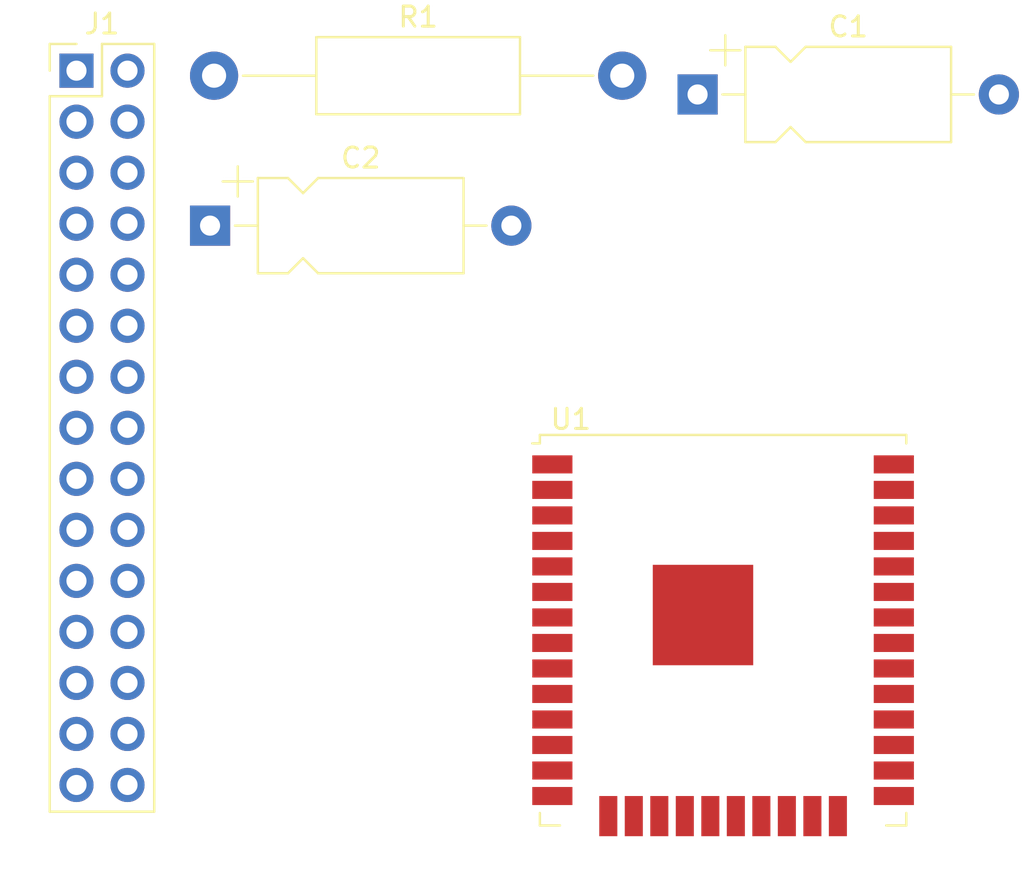
<source format=kicad_pcb>
(kicad_pcb (version 20171130) (host pcbnew "(5.1.5-0-10_14)")

  (general
    (thickness 1.6)
    (drawings 0)
    (tracks 0)
    (zones 0)
    (modules 5)
    (nets 67)
  )

  (page USLetter)
  (title_block
    (title "Pellet Zealot Logic Board")
    (date 2019-12-13)
    (rev v0.0.0)
    (company "Pellet Zealot")
    (comment 1 "Licensed under the Apache License, Version 2.0.")
    (comment 2 "Gabriel Gunderson")
  )

  (layers
    (0 F.Cu signal)
    (31 B.Cu signal)
    (32 B.Adhes user)
    (33 F.Adhes user)
    (34 B.Paste user)
    (35 F.Paste user)
    (36 B.SilkS user)
    (37 F.SilkS user)
    (38 B.Mask user)
    (39 F.Mask user)
    (40 Dwgs.User user)
    (41 Cmts.User user)
    (42 Eco1.User user)
    (43 Eco2.User user)
    (44 Edge.Cuts user)
    (45 Margin user)
    (46 B.CrtYd user)
    (47 F.CrtYd user)
    (48 B.Fab user)
    (49 F.Fab user)
  )

  (setup
    (last_trace_width 0.25)
    (trace_clearance 0.2)
    (zone_clearance 0.508)
    (zone_45_only no)
    (trace_min 0.2)
    (via_size 0.8)
    (via_drill 0.4)
    (via_min_size 0.4)
    (via_min_drill 0.3)
    (uvia_size 0.3)
    (uvia_drill 0.1)
    (uvias_allowed no)
    (uvia_min_size 0.2)
    (uvia_min_drill 0.1)
    (edge_width 0.05)
    (segment_width 0.2)
    (pcb_text_width 0.3)
    (pcb_text_size 1.5 1.5)
    (mod_edge_width 0.12)
    (mod_text_size 1 1)
    (mod_text_width 0.15)
    (pad_size 1.524 1.524)
    (pad_drill 0.762)
    (pad_to_mask_clearance 0.051)
    (solder_mask_min_width 0.25)
    (aux_axis_origin 0 0)
    (visible_elements FFFFFF7F)
    (pcbplotparams
      (layerselection 0x010fc_ffffffff)
      (usegerberextensions false)
      (usegerberattributes false)
      (usegerberadvancedattributes false)
      (creategerberjobfile false)
      (excludeedgelayer true)
      (linewidth 0.100000)
      (plotframeref false)
      (viasonmask false)
      (mode 1)
      (useauxorigin false)
      (hpglpennumber 1)
      (hpglpenspeed 20)
      (hpglpendiameter 15.000000)
      (psnegative false)
      (psa4output false)
      (plotreference true)
      (plotvalue true)
      (plotinvisibletext false)
      (padsonsilk false)
      (subtractmaskfromsilk false)
      (outputformat 1)
      (mirror false)
      (drillshape 1)
      (scaleselection 1)
      (outputdirectory ""))
  )

  (net 0 "")
  (net 1 GND)
  (net 2 "Net-(U1-Pad37)")
  (net 3 "Net-(U1-Pad36)")
  (net 4 "Net-(U1-Pad35)")
  (net 5 "Net-(U1-Pad34)")
  (net 6 "Net-(U1-Pad33)")
  (net 7 "Net-(U1-Pad32)")
  (net 8 "Net-(U1-Pad31)")
  (net 9 "Net-(U1-Pad30)")
  (net 10 "Net-(U1-Pad29)")
  (net 11 "Net-(U1-Pad28)")
  (net 12 "Net-(U1-Pad27)")
  (net 13 "Net-(U1-Pad26)")
  (net 14 "Net-(U1-Pad25)")
  (net 15 "Net-(U1-Pad24)")
  (net 16 "Net-(U1-Pad23)")
  (net 17 "Net-(U1-Pad22)")
  (net 18 "Net-(U1-Pad21)")
  (net 19 "Net-(U1-Pad20)")
  (net 20 "Net-(U1-Pad19)")
  (net 21 "Net-(U1-Pad18)")
  (net 22 "Net-(U1-Pad17)")
  (net 23 "Net-(U1-Pad16)")
  (net 24 "Net-(U1-Pad14)")
  (net 25 "Net-(U1-Pad13)")
  (net 26 "Net-(U1-Pad12)")
  (net 27 "Net-(U1-Pad11)")
  (net 28 "Net-(U1-Pad10)")
  (net 29 "Net-(U1-Pad9)")
  (net 30 "Net-(U1-Pad8)")
  (net 31 "Net-(U1-Pad7)")
  (net 32 "Net-(U1-Pad6)")
  (net 33 "Net-(U1-Pad5)")
  (net 34 "Net-(U1-Pad4)")
  (net 35 /RESET)
  (net 36 +3V3)
  (net 37 "Net-(J1-Pad30)")
  (net 38 "Net-(J1-Pad29)")
  (net 39 "Net-(J1-Pad28)")
  (net 40 "Net-(J1-Pad27)")
  (net 41 "Net-(J1-Pad26)")
  (net 42 "Net-(J1-Pad25)")
  (net 43 "Net-(J1-Pad24)")
  (net 44 "Net-(J1-Pad23)")
  (net 45 "Net-(J1-Pad22)")
  (net 46 "Net-(J1-Pad21)")
  (net 47 "Net-(J1-Pad20)")
  (net 48 "Net-(J1-Pad19)")
  (net 49 "Net-(J1-Pad18)")
  (net 50 "Net-(J1-Pad17)")
  (net 51 "Net-(J1-Pad16)")
  (net 52 "Net-(J1-Pad15)")
  (net 53 "Net-(J1-Pad14)")
  (net 54 "Net-(J1-Pad13)")
  (net 55 "Net-(J1-Pad12)")
  (net 56 "Net-(J1-Pad11)")
  (net 57 "Net-(J1-Pad10)")
  (net 58 "Net-(J1-Pad9)")
  (net 59 "Net-(J1-Pad8)")
  (net 60 "Net-(J1-Pad7)")
  (net 61 "Net-(J1-Pad6)")
  (net 62 "Net-(J1-Pad5)")
  (net 63 "Net-(J1-Pad4)")
  (net 64 "Net-(J1-Pad3)")
  (net 65 "Net-(J1-Pad2)")
  (net 66 "Net-(J1-Pad1)")

  (net_class Default "This is the default net class."
    (clearance 0.2)
    (trace_width 0.25)
    (via_dia 0.8)
    (via_drill 0.4)
    (uvia_dia 0.3)
    (uvia_drill 0.1)
    (add_net +3V3)
    (add_net /RESET)
    (add_net GND)
    (add_net "Net-(J1-Pad1)")
    (add_net "Net-(J1-Pad10)")
    (add_net "Net-(J1-Pad11)")
    (add_net "Net-(J1-Pad12)")
    (add_net "Net-(J1-Pad13)")
    (add_net "Net-(J1-Pad14)")
    (add_net "Net-(J1-Pad15)")
    (add_net "Net-(J1-Pad16)")
    (add_net "Net-(J1-Pad17)")
    (add_net "Net-(J1-Pad18)")
    (add_net "Net-(J1-Pad19)")
    (add_net "Net-(J1-Pad2)")
    (add_net "Net-(J1-Pad20)")
    (add_net "Net-(J1-Pad21)")
    (add_net "Net-(J1-Pad22)")
    (add_net "Net-(J1-Pad23)")
    (add_net "Net-(J1-Pad24)")
    (add_net "Net-(J1-Pad25)")
    (add_net "Net-(J1-Pad26)")
    (add_net "Net-(J1-Pad27)")
    (add_net "Net-(J1-Pad28)")
    (add_net "Net-(J1-Pad29)")
    (add_net "Net-(J1-Pad3)")
    (add_net "Net-(J1-Pad30)")
    (add_net "Net-(J1-Pad4)")
    (add_net "Net-(J1-Pad5)")
    (add_net "Net-(J1-Pad6)")
    (add_net "Net-(J1-Pad7)")
    (add_net "Net-(J1-Pad8)")
    (add_net "Net-(J1-Pad9)")
    (add_net "Net-(U1-Pad10)")
    (add_net "Net-(U1-Pad11)")
    (add_net "Net-(U1-Pad12)")
    (add_net "Net-(U1-Pad13)")
    (add_net "Net-(U1-Pad14)")
    (add_net "Net-(U1-Pad16)")
    (add_net "Net-(U1-Pad17)")
    (add_net "Net-(U1-Pad18)")
    (add_net "Net-(U1-Pad19)")
    (add_net "Net-(U1-Pad20)")
    (add_net "Net-(U1-Pad21)")
    (add_net "Net-(U1-Pad22)")
    (add_net "Net-(U1-Pad23)")
    (add_net "Net-(U1-Pad24)")
    (add_net "Net-(U1-Pad25)")
    (add_net "Net-(U1-Pad26)")
    (add_net "Net-(U1-Pad27)")
    (add_net "Net-(U1-Pad28)")
    (add_net "Net-(U1-Pad29)")
    (add_net "Net-(U1-Pad30)")
    (add_net "Net-(U1-Pad31)")
    (add_net "Net-(U1-Pad32)")
    (add_net "Net-(U1-Pad33)")
    (add_net "Net-(U1-Pad34)")
    (add_net "Net-(U1-Pad35)")
    (add_net "Net-(U1-Pad36)")
    (add_net "Net-(U1-Pad37)")
    (add_net "Net-(U1-Pad4)")
    (add_net "Net-(U1-Pad5)")
    (add_net "Net-(U1-Pad6)")
    (add_net "Net-(U1-Pad7)")
    (add_net "Net-(U1-Pad8)")
    (add_net "Net-(U1-Pad9)")
  )

  (module Resistor_THT:R_Axial_DIN0411_L9.9mm_D3.6mm_P20.32mm_Horizontal (layer F.Cu) (tedit 5AE5139B) (tstamp 5E5B695C)
    (at 111.82 49.865)
    (descr "Resistor, Axial_DIN0411 series, Axial, Horizontal, pin pitch=20.32mm, 1W, length*diameter=9.9*3.6mm^2")
    (tags "Resistor Axial_DIN0411 series Axial Horizontal pin pitch 20.32mm 1W length 9.9mm diameter 3.6mm")
    (path /5E5D0CCC)
    (fp_text reference R1 (at 10.16 -2.92) (layer F.SilkS)
      (effects (font (size 1 1) (thickness 0.15)))
    )
    (fp_text value 10k (at 10.16 2.92) (layer F.Fab)
      (effects (font (size 1 1) (thickness 0.15)))
    )
    (fp_text user %R (at 10.16 0) (layer F.Fab)
      (effects (font (size 1 1) (thickness 0.15)))
    )
    (fp_line (start 21.77 -2.05) (end -1.45 -2.05) (layer F.CrtYd) (width 0.05))
    (fp_line (start 21.77 2.05) (end 21.77 -2.05) (layer F.CrtYd) (width 0.05))
    (fp_line (start -1.45 2.05) (end 21.77 2.05) (layer F.CrtYd) (width 0.05))
    (fp_line (start -1.45 -2.05) (end -1.45 2.05) (layer F.CrtYd) (width 0.05))
    (fp_line (start 18.88 0) (end 15.23 0) (layer F.SilkS) (width 0.12))
    (fp_line (start 1.44 0) (end 5.09 0) (layer F.SilkS) (width 0.12))
    (fp_line (start 15.23 -1.92) (end 5.09 -1.92) (layer F.SilkS) (width 0.12))
    (fp_line (start 15.23 1.92) (end 15.23 -1.92) (layer F.SilkS) (width 0.12))
    (fp_line (start 5.09 1.92) (end 15.23 1.92) (layer F.SilkS) (width 0.12))
    (fp_line (start 5.09 -1.92) (end 5.09 1.92) (layer F.SilkS) (width 0.12))
    (fp_line (start 20.32 0) (end 15.11 0) (layer F.Fab) (width 0.1))
    (fp_line (start 0 0) (end 5.21 0) (layer F.Fab) (width 0.1))
    (fp_line (start 15.11 -1.8) (end 5.21 -1.8) (layer F.Fab) (width 0.1))
    (fp_line (start 15.11 1.8) (end 15.11 -1.8) (layer F.Fab) (width 0.1))
    (fp_line (start 5.21 1.8) (end 15.11 1.8) (layer F.Fab) (width 0.1))
    (fp_line (start 5.21 -1.8) (end 5.21 1.8) (layer F.Fab) (width 0.1))
    (pad 2 thru_hole oval (at 20.32 0) (size 2.4 2.4) (drill 1.2) (layers *.Cu *.Mask)
      (net 35 /RESET))
    (pad 1 thru_hole circle (at 0 0) (size 2.4 2.4) (drill 1.2) (layers *.Cu *.Mask)
      (net 36 +3V3))
    (model ${KISYS3DMOD}/Resistor_THT.3dshapes/R_Axial_DIN0411_L9.9mm_D3.6mm_P20.32mm_Horizontal.wrl
      (at (xyz 0 0 0))
      (scale (xyz 1 1 1))
      (rotate (xyz 0 0 0))
    )
  )

  (module Connector_PinHeader_2.54mm:PinHeader_2x15_P2.54mm_Vertical (layer F.Cu) (tedit 59FED5CC) (tstamp 5E5B6945)
    (at 104.97 49.615)
    (descr "Through hole straight pin header, 2x15, 2.54mm pitch, double rows")
    (tags "Through hole pin header THT 2x15 2.54mm double row")
    (path /5E5E83E4)
    (fp_text reference J1 (at 1.27 -2.33) (layer F.SilkS)
      (effects (font (size 1 1) (thickness 0.15)))
    )
    (fp_text value "Logic Header" (at 1.27 37.89) (layer F.Fab)
      (effects (font (size 1 1) (thickness 0.15)))
    )
    (fp_text user %R (at 1.27 17.78 90) (layer F.Fab)
      (effects (font (size 1 1) (thickness 0.15)))
    )
    (fp_line (start 4.35 -1.8) (end -1.8 -1.8) (layer F.CrtYd) (width 0.05))
    (fp_line (start 4.35 37.35) (end 4.35 -1.8) (layer F.CrtYd) (width 0.05))
    (fp_line (start -1.8 37.35) (end 4.35 37.35) (layer F.CrtYd) (width 0.05))
    (fp_line (start -1.8 -1.8) (end -1.8 37.35) (layer F.CrtYd) (width 0.05))
    (fp_line (start -1.33 -1.33) (end 0 -1.33) (layer F.SilkS) (width 0.12))
    (fp_line (start -1.33 0) (end -1.33 -1.33) (layer F.SilkS) (width 0.12))
    (fp_line (start 1.27 -1.33) (end 3.87 -1.33) (layer F.SilkS) (width 0.12))
    (fp_line (start 1.27 1.27) (end 1.27 -1.33) (layer F.SilkS) (width 0.12))
    (fp_line (start -1.33 1.27) (end 1.27 1.27) (layer F.SilkS) (width 0.12))
    (fp_line (start 3.87 -1.33) (end 3.87 36.89) (layer F.SilkS) (width 0.12))
    (fp_line (start -1.33 1.27) (end -1.33 36.89) (layer F.SilkS) (width 0.12))
    (fp_line (start -1.33 36.89) (end 3.87 36.89) (layer F.SilkS) (width 0.12))
    (fp_line (start -1.27 0) (end 0 -1.27) (layer F.Fab) (width 0.1))
    (fp_line (start -1.27 36.83) (end -1.27 0) (layer F.Fab) (width 0.1))
    (fp_line (start 3.81 36.83) (end -1.27 36.83) (layer F.Fab) (width 0.1))
    (fp_line (start 3.81 -1.27) (end 3.81 36.83) (layer F.Fab) (width 0.1))
    (fp_line (start 0 -1.27) (end 3.81 -1.27) (layer F.Fab) (width 0.1))
    (pad 30 thru_hole oval (at 2.54 35.56) (size 1.7 1.7) (drill 1) (layers *.Cu *.Mask)
      (net 37 "Net-(J1-Pad30)"))
    (pad 29 thru_hole oval (at 0 35.56) (size 1.7 1.7) (drill 1) (layers *.Cu *.Mask)
      (net 38 "Net-(J1-Pad29)"))
    (pad 28 thru_hole oval (at 2.54 33.02) (size 1.7 1.7) (drill 1) (layers *.Cu *.Mask)
      (net 39 "Net-(J1-Pad28)"))
    (pad 27 thru_hole oval (at 0 33.02) (size 1.7 1.7) (drill 1) (layers *.Cu *.Mask)
      (net 40 "Net-(J1-Pad27)"))
    (pad 26 thru_hole oval (at 2.54 30.48) (size 1.7 1.7) (drill 1) (layers *.Cu *.Mask)
      (net 41 "Net-(J1-Pad26)"))
    (pad 25 thru_hole oval (at 0 30.48) (size 1.7 1.7) (drill 1) (layers *.Cu *.Mask)
      (net 42 "Net-(J1-Pad25)"))
    (pad 24 thru_hole oval (at 2.54 27.94) (size 1.7 1.7) (drill 1) (layers *.Cu *.Mask)
      (net 43 "Net-(J1-Pad24)"))
    (pad 23 thru_hole oval (at 0 27.94) (size 1.7 1.7) (drill 1) (layers *.Cu *.Mask)
      (net 44 "Net-(J1-Pad23)"))
    (pad 22 thru_hole oval (at 2.54 25.4) (size 1.7 1.7) (drill 1) (layers *.Cu *.Mask)
      (net 45 "Net-(J1-Pad22)"))
    (pad 21 thru_hole oval (at 0 25.4) (size 1.7 1.7) (drill 1) (layers *.Cu *.Mask)
      (net 46 "Net-(J1-Pad21)"))
    (pad 20 thru_hole oval (at 2.54 22.86) (size 1.7 1.7) (drill 1) (layers *.Cu *.Mask)
      (net 47 "Net-(J1-Pad20)"))
    (pad 19 thru_hole oval (at 0 22.86) (size 1.7 1.7) (drill 1) (layers *.Cu *.Mask)
      (net 48 "Net-(J1-Pad19)"))
    (pad 18 thru_hole oval (at 2.54 20.32) (size 1.7 1.7) (drill 1) (layers *.Cu *.Mask)
      (net 49 "Net-(J1-Pad18)"))
    (pad 17 thru_hole oval (at 0 20.32) (size 1.7 1.7) (drill 1) (layers *.Cu *.Mask)
      (net 50 "Net-(J1-Pad17)"))
    (pad 16 thru_hole oval (at 2.54 17.78) (size 1.7 1.7) (drill 1) (layers *.Cu *.Mask)
      (net 51 "Net-(J1-Pad16)"))
    (pad 15 thru_hole oval (at 0 17.78) (size 1.7 1.7) (drill 1) (layers *.Cu *.Mask)
      (net 52 "Net-(J1-Pad15)"))
    (pad 14 thru_hole oval (at 2.54 15.24) (size 1.7 1.7) (drill 1) (layers *.Cu *.Mask)
      (net 53 "Net-(J1-Pad14)"))
    (pad 13 thru_hole oval (at 0 15.24) (size 1.7 1.7) (drill 1) (layers *.Cu *.Mask)
      (net 54 "Net-(J1-Pad13)"))
    (pad 12 thru_hole oval (at 2.54 12.7) (size 1.7 1.7) (drill 1) (layers *.Cu *.Mask)
      (net 55 "Net-(J1-Pad12)"))
    (pad 11 thru_hole oval (at 0 12.7) (size 1.7 1.7) (drill 1) (layers *.Cu *.Mask)
      (net 56 "Net-(J1-Pad11)"))
    (pad 10 thru_hole oval (at 2.54 10.16) (size 1.7 1.7) (drill 1) (layers *.Cu *.Mask)
      (net 57 "Net-(J1-Pad10)"))
    (pad 9 thru_hole oval (at 0 10.16) (size 1.7 1.7) (drill 1) (layers *.Cu *.Mask)
      (net 58 "Net-(J1-Pad9)"))
    (pad 8 thru_hole oval (at 2.54 7.62) (size 1.7 1.7) (drill 1) (layers *.Cu *.Mask)
      (net 59 "Net-(J1-Pad8)"))
    (pad 7 thru_hole oval (at 0 7.62) (size 1.7 1.7) (drill 1) (layers *.Cu *.Mask)
      (net 60 "Net-(J1-Pad7)"))
    (pad 6 thru_hole oval (at 2.54 5.08) (size 1.7 1.7) (drill 1) (layers *.Cu *.Mask)
      (net 61 "Net-(J1-Pad6)"))
    (pad 5 thru_hole oval (at 0 5.08) (size 1.7 1.7) (drill 1) (layers *.Cu *.Mask)
      (net 62 "Net-(J1-Pad5)"))
    (pad 4 thru_hole oval (at 2.54 2.54) (size 1.7 1.7) (drill 1) (layers *.Cu *.Mask)
      (net 63 "Net-(J1-Pad4)"))
    (pad 3 thru_hole oval (at 0 2.54) (size 1.7 1.7) (drill 1) (layers *.Cu *.Mask)
      (net 64 "Net-(J1-Pad3)"))
    (pad 2 thru_hole oval (at 2.54 0) (size 1.7 1.7) (drill 1) (layers *.Cu *.Mask)
      (net 65 "Net-(J1-Pad2)"))
    (pad 1 thru_hole rect (at 0 0) (size 1.7 1.7) (drill 1) (layers *.Cu *.Mask)
      (net 66 "Net-(J1-Pad1)"))
    (model ${KISYS3DMOD}/Connector_PinHeader_2.54mm.3dshapes/PinHeader_2x15_P2.54mm_Vertical.wrl
      (at (xyz 0 0 0))
      (scale (xyz 1 1 1))
      (rotate (xyz 0 0 0))
    )
  )

  (module Capacitor_THT:CP_Axial_L10.0mm_D4.5mm_P15.00mm_Horizontal (layer F.Cu) (tedit 5AE50EF2) (tstamp 5E5B6911)
    (at 111.62 57.33)
    (descr "CP, Axial series, Axial, Horizontal, pin pitch=15mm, , length*diameter=10*4.5mm^2, Electrolytic Capacitor, , http://www.vishay.com/docs/28325/021asm.pdf")
    (tags "CP Axial series Axial Horizontal pin pitch 15mm  length 10mm diameter 4.5mm Electrolytic Capacitor")
    (path /5E5D1466)
    (fp_text reference C2 (at 7.5 -3.37) (layer F.SilkS)
      (effects (font (size 1 1) (thickness 0.15)))
    )
    (fp_text value 1uF (at 7.5 3.37) (layer F.Fab)
      (effects (font (size 1 1) (thickness 0.15)))
    )
    (fp_text user %R (at 7.5 0) (layer F.Fab)
      (effects (font (size 1 1) (thickness 0.15)))
    )
    (fp_line (start 16.25 -2.5) (end -1.25 -2.5) (layer F.CrtYd) (width 0.05))
    (fp_line (start 16.25 2.5) (end 16.25 -2.5) (layer F.CrtYd) (width 0.05))
    (fp_line (start -1.25 2.5) (end 16.25 2.5) (layer F.CrtYd) (width 0.05))
    (fp_line (start -1.25 -2.5) (end -1.25 2.5) (layer F.CrtYd) (width 0.05))
    (fp_line (start 13.76 0) (end 12.62 0) (layer F.SilkS) (width 0.12))
    (fp_line (start 1.24 0) (end 2.38 0) (layer F.SilkS) (width 0.12))
    (fp_line (start 5.38 2.37) (end 12.62 2.37) (layer F.SilkS) (width 0.12))
    (fp_line (start 4.63 1.62) (end 5.38 2.37) (layer F.SilkS) (width 0.12))
    (fp_line (start 3.88 2.37) (end 4.63 1.62) (layer F.SilkS) (width 0.12))
    (fp_line (start 2.38 2.37) (end 3.88 2.37) (layer F.SilkS) (width 0.12))
    (fp_line (start 5.38 -2.37) (end 12.62 -2.37) (layer F.SilkS) (width 0.12))
    (fp_line (start 4.63 -1.62) (end 5.38 -2.37) (layer F.SilkS) (width 0.12))
    (fp_line (start 3.88 -2.37) (end 4.63 -1.62) (layer F.SilkS) (width 0.12))
    (fp_line (start 2.38 -2.37) (end 3.88 -2.37) (layer F.SilkS) (width 0.12))
    (fp_line (start 12.62 -2.37) (end 12.62 2.37) (layer F.SilkS) (width 0.12))
    (fp_line (start 2.38 -2.37) (end 2.38 2.37) (layer F.SilkS) (width 0.12))
    (fp_line (start 1.38 -2.95) (end 1.38 -1.45) (layer F.SilkS) (width 0.12))
    (fp_line (start 0.63 -2.2) (end 2.13 -2.2) (layer F.SilkS) (width 0.12))
    (fp_line (start 4.65 -0.75) (end 4.65 0.75) (layer F.Fab) (width 0.1))
    (fp_line (start 3.9 0) (end 5.4 0) (layer F.Fab) (width 0.1))
    (fp_line (start 15 0) (end 12.5 0) (layer F.Fab) (width 0.1))
    (fp_line (start 0 0) (end 2.5 0) (layer F.Fab) (width 0.1))
    (fp_line (start 5.38 2.25) (end 12.5 2.25) (layer F.Fab) (width 0.1))
    (fp_line (start 4.63 1.5) (end 5.38 2.25) (layer F.Fab) (width 0.1))
    (fp_line (start 3.88 2.25) (end 4.63 1.5) (layer F.Fab) (width 0.1))
    (fp_line (start 2.5 2.25) (end 3.88 2.25) (layer F.Fab) (width 0.1))
    (fp_line (start 5.38 -2.25) (end 12.5 -2.25) (layer F.Fab) (width 0.1))
    (fp_line (start 4.63 -1.5) (end 5.38 -2.25) (layer F.Fab) (width 0.1))
    (fp_line (start 3.88 -2.25) (end 4.63 -1.5) (layer F.Fab) (width 0.1))
    (fp_line (start 2.5 -2.25) (end 3.88 -2.25) (layer F.Fab) (width 0.1))
    (fp_line (start 12.5 -2.25) (end 12.5 2.25) (layer F.Fab) (width 0.1))
    (fp_line (start 2.5 -2.25) (end 2.5 2.25) (layer F.Fab) (width 0.1))
    (pad 2 thru_hole oval (at 15 0) (size 2 2) (drill 1) (layers *.Cu *.Mask)
      (net 1 GND))
    (pad 1 thru_hole rect (at 0 0) (size 2 2) (drill 1) (layers *.Cu *.Mask)
      (net 35 /RESET))
    (model ${KISYS3DMOD}/Capacitor_THT.3dshapes/CP_Axial_L10.0mm_D4.5mm_P15.00mm_Horizontal.wrl
      (at (xyz 0 0 0))
      (scale (xyz 1 1 1))
      (rotate (xyz 0 0 0))
    )
  )

  (module Capacitor_THT:CP_Axial_L10.0mm_D4.5mm_P15.00mm_Horizontal (layer F.Cu) (tedit 5AE50EF2) (tstamp 5E5B68EA)
    (at 135.89 50.8)
    (descr "CP, Axial series, Axial, Horizontal, pin pitch=15mm, , length*diameter=10*4.5mm^2, Electrolytic Capacitor, , http://www.vishay.com/docs/28325/021asm.pdf")
    (tags "CP Axial series Axial Horizontal pin pitch 15mm  length 10mm diameter 4.5mm Electrolytic Capacitor")
    (path /5E5B7113)
    (fp_text reference C1 (at 7.5 -3.37) (layer F.SilkS)
      (effects (font (size 1 1) (thickness 0.15)))
    )
    (fp_text value 10uF (at 7.5 3.37) (layer F.Fab)
      (effects (font (size 1 1) (thickness 0.15)))
    )
    (fp_text user %R (at 7.5 0) (layer F.Fab)
      (effects (font (size 1 1) (thickness 0.15)))
    )
    (fp_line (start 16.25 -2.5) (end -1.25 -2.5) (layer F.CrtYd) (width 0.05))
    (fp_line (start 16.25 2.5) (end 16.25 -2.5) (layer F.CrtYd) (width 0.05))
    (fp_line (start -1.25 2.5) (end 16.25 2.5) (layer F.CrtYd) (width 0.05))
    (fp_line (start -1.25 -2.5) (end -1.25 2.5) (layer F.CrtYd) (width 0.05))
    (fp_line (start 13.76 0) (end 12.62 0) (layer F.SilkS) (width 0.12))
    (fp_line (start 1.24 0) (end 2.38 0) (layer F.SilkS) (width 0.12))
    (fp_line (start 5.38 2.37) (end 12.62 2.37) (layer F.SilkS) (width 0.12))
    (fp_line (start 4.63 1.62) (end 5.38 2.37) (layer F.SilkS) (width 0.12))
    (fp_line (start 3.88 2.37) (end 4.63 1.62) (layer F.SilkS) (width 0.12))
    (fp_line (start 2.38 2.37) (end 3.88 2.37) (layer F.SilkS) (width 0.12))
    (fp_line (start 5.38 -2.37) (end 12.62 -2.37) (layer F.SilkS) (width 0.12))
    (fp_line (start 4.63 -1.62) (end 5.38 -2.37) (layer F.SilkS) (width 0.12))
    (fp_line (start 3.88 -2.37) (end 4.63 -1.62) (layer F.SilkS) (width 0.12))
    (fp_line (start 2.38 -2.37) (end 3.88 -2.37) (layer F.SilkS) (width 0.12))
    (fp_line (start 12.62 -2.37) (end 12.62 2.37) (layer F.SilkS) (width 0.12))
    (fp_line (start 2.38 -2.37) (end 2.38 2.37) (layer F.SilkS) (width 0.12))
    (fp_line (start 1.38 -2.95) (end 1.38 -1.45) (layer F.SilkS) (width 0.12))
    (fp_line (start 0.63 -2.2) (end 2.13 -2.2) (layer F.SilkS) (width 0.12))
    (fp_line (start 4.65 -0.75) (end 4.65 0.75) (layer F.Fab) (width 0.1))
    (fp_line (start 3.9 0) (end 5.4 0) (layer F.Fab) (width 0.1))
    (fp_line (start 15 0) (end 12.5 0) (layer F.Fab) (width 0.1))
    (fp_line (start 0 0) (end 2.5 0) (layer F.Fab) (width 0.1))
    (fp_line (start 5.38 2.25) (end 12.5 2.25) (layer F.Fab) (width 0.1))
    (fp_line (start 4.63 1.5) (end 5.38 2.25) (layer F.Fab) (width 0.1))
    (fp_line (start 3.88 2.25) (end 4.63 1.5) (layer F.Fab) (width 0.1))
    (fp_line (start 2.5 2.25) (end 3.88 2.25) (layer F.Fab) (width 0.1))
    (fp_line (start 5.38 -2.25) (end 12.5 -2.25) (layer F.Fab) (width 0.1))
    (fp_line (start 4.63 -1.5) (end 5.38 -2.25) (layer F.Fab) (width 0.1))
    (fp_line (start 3.88 -2.25) (end 4.63 -1.5) (layer F.Fab) (width 0.1))
    (fp_line (start 2.5 -2.25) (end 3.88 -2.25) (layer F.Fab) (width 0.1))
    (fp_line (start 12.5 -2.25) (end 12.5 2.25) (layer F.Fab) (width 0.1))
    (fp_line (start 2.5 -2.25) (end 2.5 2.25) (layer F.Fab) (width 0.1))
    (pad 2 thru_hole oval (at 15 0) (size 2 2) (drill 1) (layers *.Cu *.Mask)
      (net 1 GND))
    (pad 1 thru_hole rect (at 0 0) (size 2 2) (drill 1) (layers *.Cu *.Mask)
      (net 36 +3V3))
    (model ${KISYS3DMOD}/Capacitor_THT.3dshapes/CP_Axial_L10.0mm_D4.5mm_P15.00mm_Horizontal.wrl
      (at (xyz 0 0 0))
      (scale (xyz 1 1 1))
      (rotate (xyz 0 0 0))
    )
  )

  (module RF_Module:ESP32-WROOM-32U (layer F.Cu) (tedit 5B5B4734) (tstamp 5E5B13BF)
    (at 137.16 77.47)
    (descr "Single 2.4 GHz Wi-Fi and Bluetooth combo chip with U.FL connector, https://www.espressif.com/sites/default/files/documentation/esp32-wroom-32d_esp32-wroom-32u_datasheet_en.pdf")
    (tags "Single 2.4 GHz Wi-Fi and Bluetooth combo  chip")
    (path /5E5B07F6)
    (attr smd)
    (fp_text reference U1 (at -7.58 -10.5 180) (layer F.SilkS)
      (effects (font (size 1 1) (thickness 0.15)))
    )
    (fp_text value ESP32-WROOM-32U (at 0 11.5) (layer F.Fab)
      (effects (font (size 1 1) (thickness 0.15)))
    )
    (fp_line (start -9.12 -9.3) (end -9.5 -9.3) (layer F.SilkS) (width 0.12))
    (fp_line (start -9.12 -9.72) (end -9.12 -9.3) (layer F.SilkS) (width 0.12))
    (fp_line (start 9.12 -9.72) (end 9.12 -9.3) (layer F.SilkS) (width 0.12))
    (fp_line (start -9.12 -9.72) (end 9.12 -9.72) (layer F.SilkS) (width 0.12))
    (fp_line (start 9.12 9.72) (end 8.12 9.72) (layer F.SilkS) (width 0.12))
    (fp_line (start 9.12 9.1) (end 9.12 9.72) (layer F.SilkS) (width 0.12))
    (fp_line (start -9.12 9.72) (end -8.12 9.72) (layer F.SilkS) (width 0.12))
    (fp_line (start -9.12 9.1) (end -9.12 9.72) (layer F.SilkS) (width 0.12))
    (fp_line (start 9.75 -9.85) (end -9.75 -9.85) (layer F.CrtYd) (width 0.05))
    (fp_line (start -9 -8) (end -8.5 -8.5) (layer F.Fab) (width 0.1))
    (fp_line (start -8.5 -8.5) (end -9 -9) (layer F.Fab) (width 0.1))
    (fp_line (start -9 -8) (end -9 9.6) (layer F.Fab) (width 0.1))
    (fp_line (start 9.75 -9.85) (end 9.75 10.5) (layer F.CrtYd) (width 0.05))
    (fp_line (start -9.75 10.5) (end 9.75 10.5) (layer F.CrtYd) (width 0.05))
    (fp_line (start -9.75 10.5) (end -9.75 -9.85) (layer F.CrtYd) (width 0.05))
    (fp_line (start -9 -9.6) (end 9 -9.6) (layer F.Fab) (width 0.1))
    (fp_line (start -9 -9.6) (end -9 -9) (layer F.Fab) (width 0.1))
    (fp_line (start -9 9.6) (end 9 9.6) (layer F.Fab) (width 0.1))
    (fp_line (start 9 9.6) (end 9 -9.6) (layer F.Fab) (width 0.1))
    (fp_text user %R (at 0 0) (layer F.Fab)
      (effects (font (size 1 1) (thickness 0.15)))
    )
    (pad 38 smd rect (at 8.5 -8.255) (size 2 0.9) (layers F.Cu F.Paste F.Mask)
      (net 1 GND))
    (pad 37 smd rect (at 8.5 -6.985) (size 2 0.9) (layers F.Cu F.Paste F.Mask)
      (net 2 "Net-(U1-Pad37)"))
    (pad 36 smd rect (at 8.5 -5.715) (size 2 0.9) (layers F.Cu F.Paste F.Mask)
      (net 3 "Net-(U1-Pad36)"))
    (pad 35 smd rect (at 8.5 -4.445) (size 2 0.9) (layers F.Cu F.Paste F.Mask)
      (net 4 "Net-(U1-Pad35)"))
    (pad 34 smd rect (at 8.5 -3.175) (size 2 0.9) (layers F.Cu F.Paste F.Mask)
      (net 5 "Net-(U1-Pad34)"))
    (pad 33 smd rect (at 8.5 -1.905) (size 2 0.9) (layers F.Cu F.Paste F.Mask)
      (net 6 "Net-(U1-Pad33)"))
    (pad 32 smd rect (at 8.5 -0.635) (size 2 0.9) (layers F.Cu F.Paste F.Mask)
      (net 7 "Net-(U1-Pad32)"))
    (pad 31 smd rect (at 8.5 0.635) (size 2 0.9) (layers F.Cu F.Paste F.Mask)
      (net 8 "Net-(U1-Pad31)"))
    (pad 30 smd rect (at 8.5 1.905) (size 2 0.9) (layers F.Cu F.Paste F.Mask)
      (net 9 "Net-(U1-Pad30)"))
    (pad 29 smd rect (at 8.5 3.175) (size 2 0.9) (layers F.Cu F.Paste F.Mask)
      (net 10 "Net-(U1-Pad29)"))
    (pad 28 smd rect (at 8.5 4.445) (size 2 0.9) (layers F.Cu F.Paste F.Mask)
      (net 11 "Net-(U1-Pad28)"))
    (pad 27 smd rect (at 8.5 5.715) (size 2 0.9) (layers F.Cu F.Paste F.Mask)
      (net 12 "Net-(U1-Pad27)"))
    (pad 26 smd rect (at 8.5 6.985) (size 2 0.9) (layers F.Cu F.Paste F.Mask)
      (net 13 "Net-(U1-Pad26)"))
    (pad 25 smd rect (at 8.5 8.255) (size 2 0.9) (layers F.Cu F.Paste F.Mask)
      (net 14 "Net-(U1-Pad25)"))
    (pad 24 smd rect (at 5.715 9.255 90) (size 2 0.9) (layers F.Cu F.Paste F.Mask)
      (net 15 "Net-(U1-Pad24)"))
    (pad 23 smd rect (at 4.445 9.255 90) (size 2 0.9) (layers F.Cu F.Paste F.Mask)
      (net 16 "Net-(U1-Pad23)"))
    (pad 22 smd rect (at 3.175 9.255 90) (size 2 0.9) (layers F.Cu F.Paste F.Mask)
      (net 17 "Net-(U1-Pad22)"))
    (pad 21 smd rect (at 1.905 9.255 90) (size 2 0.9) (layers F.Cu F.Paste F.Mask)
      (net 18 "Net-(U1-Pad21)"))
    (pad 20 smd rect (at 0.635 9.255 90) (size 2 0.9) (layers F.Cu F.Paste F.Mask)
      (net 19 "Net-(U1-Pad20)"))
    (pad 19 smd rect (at -0.635 9.255 90) (size 2 0.9) (layers F.Cu F.Paste F.Mask)
      (net 20 "Net-(U1-Pad19)"))
    (pad 18 smd rect (at -1.905 9.255 90) (size 2 0.9) (layers F.Cu F.Paste F.Mask)
      (net 21 "Net-(U1-Pad18)"))
    (pad 17 smd rect (at -3.175 9.255 90) (size 2 0.9) (layers F.Cu F.Paste F.Mask)
      (net 22 "Net-(U1-Pad17)"))
    (pad 16 smd rect (at -4.445 9.255 90) (size 2 0.9) (layers F.Cu F.Paste F.Mask)
      (net 23 "Net-(U1-Pad16)"))
    (pad 15 smd rect (at -5.715 9.255 270) (size 2 0.9) (layers F.Cu F.Paste F.Mask)
      (net 1 GND))
    (pad 14 smd rect (at -8.5 8.255) (size 2 0.9) (layers F.Cu F.Paste F.Mask)
      (net 24 "Net-(U1-Pad14)"))
    (pad 13 smd rect (at -8.5 6.985) (size 2 0.9) (layers F.Cu F.Paste F.Mask)
      (net 25 "Net-(U1-Pad13)"))
    (pad 12 smd rect (at -8.5 5.715) (size 2 0.9) (layers F.Cu F.Paste F.Mask)
      (net 26 "Net-(U1-Pad12)"))
    (pad 11 smd rect (at -8.5 4.445) (size 2 0.9) (layers F.Cu F.Paste F.Mask)
      (net 27 "Net-(U1-Pad11)"))
    (pad 10 smd rect (at -8.5 3.175) (size 2 0.9) (layers F.Cu F.Paste F.Mask)
      (net 28 "Net-(U1-Pad10)"))
    (pad 9 smd rect (at -8.5 1.905) (size 2 0.9) (layers F.Cu F.Paste F.Mask)
      (net 29 "Net-(U1-Pad9)"))
    (pad 8 smd rect (at -8.5 0.635) (size 2 0.9) (layers F.Cu F.Paste F.Mask)
      (net 30 "Net-(U1-Pad8)"))
    (pad 7 smd rect (at -8.5 -0.635) (size 2 0.9) (layers F.Cu F.Paste F.Mask)
      (net 31 "Net-(U1-Pad7)"))
    (pad 6 smd rect (at -8.5 -1.905) (size 2 0.9) (layers F.Cu F.Paste F.Mask)
      (net 32 "Net-(U1-Pad6)"))
    (pad 5 smd rect (at -8.5 -3.175) (size 2 0.9) (layers F.Cu F.Paste F.Mask)
      (net 33 "Net-(U1-Pad5)"))
    (pad 4 smd rect (at -8.5 -4.445) (size 2 0.9) (layers F.Cu F.Paste F.Mask)
      (net 34 "Net-(U1-Pad4)"))
    (pad 3 smd rect (at -8.5 -5.715) (size 2 0.9) (layers F.Cu F.Paste F.Mask)
      (net 35 /RESET))
    (pad 2 smd rect (at -8.5 -6.985) (size 2 0.9) (layers F.Cu F.Paste F.Mask)
      (net 36 +3V3))
    (pad 1 smd rect (at -8.5 -8.255) (size 2 0.9) (layers F.Cu F.Paste F.Mask)
      (net 1 GND))
    (pad 39 smd rect (at -1 -0.755) (size 5 5) (layers F.Cu F.Paste F.Mask)
      (net 1 GND))
    (model ${KISYS3DMOD}/RF_Module.3dshapes/ESP32-WROOM-32U.wrl
      (at (xyz 0 0 0))
      (scale (xyz 1 1 1))
      (rotate (xyz 0 0 0))
    )
  )

)

</source>
